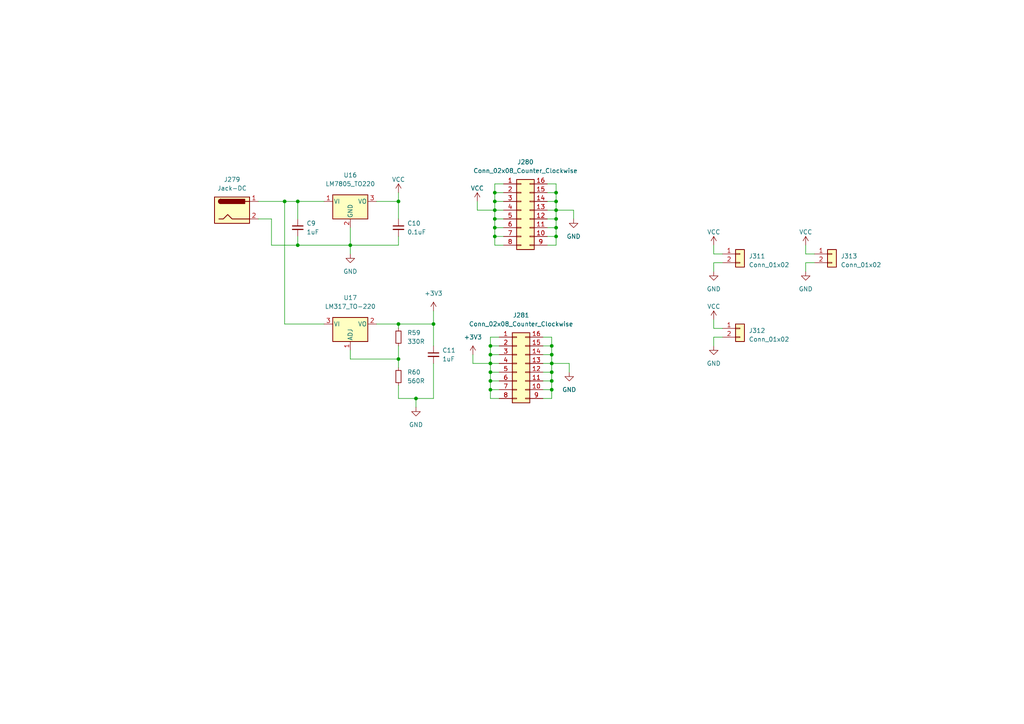
<source format=kicad_sch>
(kicad_sch (version 20220104) (generator eeschema)
  (paper "A4")
  (lib_symbols
    (symbol "Connector:Jack-DC" (pin_names (offset 1.016))
      (property "Reference" "J" (at 0 5.334 0))
      (property "Value" "Jack-DC" (at 0 -5.08 0))
      (symbol "Jack-DC_0_1"
        (rectangle (start -5.08 3.81) (end 5.08 -3.81) (stroke (width 0.254)) (fill (type background)))
        (arc (start -3.302 3.175) (mid -3.937 2.54) (end -3.302 1.905) (stroke (width 0.254)))
        (arc (start -3.302 3.175) (mid -3.937 2.54) (end -3.302 1.905) (stroke (width 0.254)) (fill (type outline)))
        (polyline (pts (xy 5.08 2.54) (xy 3.81 2.54)) (stroke (width 0.254)))
        (polyline (pts (xy -3.81 -2.54) (xy -2.54 -2.54) (xy -1.27 -1.27) (xy 0 -2.54) (xy 2.54 -2.54) (xy 5.08 -2.54)) (stroke (width 0.254)))
        (rectangle (start 3.683 3.175) (end -3.302 1.905) (stroke (width 0.254)) (fill (type outline)))
      )
      (symbol "Jack-DC_1_1"
        (pin passive line (at 7.62 2.54 180) (length 2.54) (name "~") (number "1"))
        (pin passive line (at 7.62 -2.54 180) (length 2.54) (name "~") (number "2"))
      )
    )
    (symbol "Connector_Generic:Conn_01x02" (pin_names (offset 1.016) hide)
      (property "Reference" "J" (at 0 2.54 0))
      (property "Value" "Conn_01x02" (at 0 -5.08 0))
      (symbol "Conn_01x02_1_1"
        (rectangle (start -1.27 -2.413) (end 0 -2.667) (stroke (width 0.1524)))
        (rectangle (start -1.27 0.127) (end 0 -0.127) (stroke (width 0.1524)))
        (rectangle (start -1.27 1.27) (end 1.27 -3.81) (stroke (width 0.254)) (fill (type background)))
        (pin passive line (at -5.08 0 0) (length 3.81) (name "Pin_1") (number "1"))
        (pin passive line (at -5.08 -2.54 0) (length 3.81) (name "Pin_2") (number "2"))
      )
    )
    (symbol "Connector_Generic:Conn_02x08_Counter_Clockwise" (pin_names (offset 1.016) hide)
      (property "Reference" "J" (at 1.27 10.16 0))
      (property "Value" "Conn_02x08_Counter_Clockwise" (at 1.27 -12.7 0))
      (symbol "Conn_02x08_Counter_Clockwise_1_1"
        (rectangle (start -1.27 -10.033) (end 0 -10.287) (stroke (width 0.1524)))
        (rectangle (start -1.27 -7.493) (end 0 -7.747) (stroke (width 0.1524)))
        (rectangle (start -1.27 -4.953) (end 0 -5.207) (stroke (width 0.1524)))
        (rectangle (start -1.27 -2.413) (end 0 -2.667) (stroke (width 0.1524)))
        (rectangle (start -1.27 0.127) (end 0 -0.127) (stroke (width 0.1524)))
        (rectangle (start -1.27 2.667) (end 0 2.413) (stroke (width 0.1524)))
        (rectangle (start -1.27 5.207) (end 0 4.953) (stroke (width 0.1524)))
        (rectangle (start -1.27 7.747) (end 0 7.493) (stroke (width 0.1524)))
        (rectangle (start -1.27 8.89) (end 3.81 -11.43) (stroke (width 0.254)) (fill (type background)))
        (rectangle (start 3.81 -10.033) (end 2.54 -10.287) (stroke (width 0.1524)))
        (rectangle (start 3.81 -7.493) (end 2.54 -7.747) (stroke (width 0.1524)))
        (rectangle (start 3.81 -4.953) (end 2.54 -5.207) (stroke (width 0.1524)))
        (rectangle (start 3.81 -2.413) (end 2.54 -2.667) (stroke (width 0.1524)))
        (rectangle (start 3.81 0.127) (end 2.54 -0.127) (stroke (width 0.1524)))
        (rectangle (start 3.81 2.667) (end 2.54 2.413) (stroke (width 0.1524)))
        (rectangle (start 3.81 5.207) (end 2.54 4.953) (stroke (width 0.1524)))
        (rectangle (start 3.81 7.747) (end 2.54 7.493) (stroke (width 0.1524)))
        (pin passive line (at -5.08 7.62 0) (length 3.81) (name "Pin_1") (number "1"))
        (pin passive line (at 7.62 -7.62 180) (length 3.81) (name "Pin_10") (number "10"))
        (pin passive line (at 7.62 -5.08 180) (length 3.81) (name "Pin_11") (number "11"))
        (pin passive line (at 7.62 -2.54 180) (length 3.81) (name "Pin_12") (number "12"))
        (pin passive line (at 7.62 0 180) (length 3.81) (name "Pin_13") (number "13"))
        (pin passive line (at 7.62 2.54 180) (length 3.81) (name "Pin_14") (number "14"))
        (pin passive line (at 7.62 5.08 180) (length 3.81) (name "Pin_15") (number "15"))
        (pin passive line (at 7.62 7.62 180) (length 3.81) (name "Pin_16") (number "16"))
        (pin passive line (at -5.08 5.08 0) (length 3.81) (name "Pin_2") (number "2"))
        (pin passive line (at -5.08 2.54 0) (length 3.81) (name "Pin_3") (number "3"))
        (pin passive line (at -5.08 0 0) (length 3.81) (name "Pin_4") (number "4"))
        (pin passive line (at -5.08 -2.54 0) (length 3.81) (name "Pin_5") (number "5"))
        (pin passive line (at -5.08 -5.08 0) (length 3.81) (name "Pin_6") (number "6"))
        (pin passive line (at -5.08 -7.62 0) (length 3.81) (name "Pin_7") (number "7"))
        (pin passive line (at -5.08 -10.16 0) (length 3.81) (name "Pin_8") (number "8"))
        (pin passive line (at 7.62 -10.16 180) (length 3.81) (name "Pin_9") (number "9"))
      )
    )
    (symbol "Device:C_Small" (pin_numbers hide) (pin_names (offset 0.254) hide)
      (property "Reference" "C" (at 0.254 1.778 0))
      (property "Value" "C_Small" (at 0.254 -2.032 0))
      (symbol "C_Small_0_1"
        (polyline (pts (xy -1.524 -0.508) (xy 1.524 -0.508)) (stroke (width 0.3302)))
        (polyline (pts (xy -1.524 0.508) (xy 1.524 0.508)) (stroke (width 0.3048)))
      )
      (symbol "C_Small_1_1"
        (pin passive line (at 0 2.54 270) (length 2.032) (name "~") (number "1"))
        (pin passive line (at 0 -2.54 90) (length 2.032) (name "~") (number "2"))
      )
    )
    (symbol "Device:R_Small" (pin_numbers hide) (pin_names (offset 0.254) hide)
      (property "Reference" "R" (at 0.762 0.508 0))
      (property "Value" "R_Small" (at 0.762 -1.016 0))
      (symbol "R_Small_0_1"
        (rectangle (start -0.762 1.778) (end 0.762 -1.778) (stroke (width 0.2032)))
      )
      (symbol "R_Small_1_1"
        (pin passive line (at 0 2.54 270) (length 0.762) (name "~") (number "1"))
        (pin passive line (at 0 -2.54 90) (length 0.762) (name "~") (number "2"))
      )
    )
    (symbol "Regulator_Linear:LM317_TO-220" (pin_names (offset 0.254))
      (property "Reference" "U" (at -3.81 3.175 0))
      (property "Value" "LM317_TO-220" (at 0 3.175 0))
      (symbol "LM317_TO-220_0_1"
        (rectangle (start -5.08 1.905) (end 5.08 -5.08) (stroke (width 0.254)) (fill (type background)))
      )
      (symbol "LM317_TO-220_1_1"
        (pin input line (at 0 -7.62 90) (length 2.54) (name "ADJ") (number "1"))
        (pin power_out line (at 7.62 0 180) (length 2.54) (name "VO") (number "2"))
        (pin power_in line (at -7.62 0 0) (length 2.54) (name "VI") (number "3"))
      )
    )
    (symbol "Regulator_Linear:LM7805_TO220" (pin_names (offset 0.254))
      (property "Reference" "U" (at -3.81 3.175 0))
      (property "Value" "LM7805_TO220" (at 0 3.175 0))
      (symbol "LM7805_TO220_0_1"
        (rectangle (start -5.08 1.905) (end 5.08 -5.08) (stroke (width 0.254)) (fill (type background)))
      )
      (symbol "LM7805_TO220_1_1"
        (pin power_in line (at -7.62 0 0) (length 2.54) (name "VI") (number "1"))
        (pin power_in line (at 0 -7.62 90) (length 2.54) (name "GND") (number "2"))
        (pin power_out line (at 7.62 0 180) (length 2.54) (name "VO") (number "3"))
      )
    )
    (symbol "power:+3V3" (power) (pin_names (offset 0))
      (property "Value" "+3V3" (at 0 3.556 0))
      (symbol "+3V3_0_1"
        (polyline (pts (xy -0.762 1.27) (xy 0 2.54)))
        (polyline (pts (xy 0 0) (xy 0 2.54)))
        (polyline (pts (xy 0 2.54) (xy 0.762 1.27)))
      )
      (symbol "+3V3_1_1"
        (pin power_in line (at 0 0 90) (length 0) hide (name "+3V3") (number "1"))
      )
    )
    (symbol "power:GND" (power) (pin_names (offset 0))
      (property "Value" "GND" (at 0 -3.81 0))
      (symbol "GND_0_1"
        (polyline (pts (xy 0 0) (xy 0 -1.27) (xy 1.27 -1.27) (xy 0 -2.54) (xy -1.27 -1.27) (xy 0 -1.27)))
      )
      (symbol "GND_1_1"
        (pin power_in line (at 0 0 270) (length 0) hide (name "GND") (number "1"))
      )
    )
    (symbol "power:VCC" (power) (pin_names (offset 0))
      (property "Value" "VCC" (at 0 3.81 0))
      (symbol "VCC_0_1"
        (polyline (pts (xy -0.762 1.27) (xy 0 2.54)))
        (polyline (pts (xy 0 0) (xy 0 2.54)))
        (polyline (pts (xy 0 2.54) (xy 0.762 1.27)))
      )
      (symbol "VCC_1_1"
        (pin power_in line (at 0 0 90) (length 0) hide (name "VCC") (number "1"))
      )
    )
  )
  (junction (at 160.02 105.41))
  (junction (at 142.24 113.03))
  (junction (at 86.36 71.12))
  (junction (at 115.57 58.42))
  (junction (at 125.73 93.98))
  (junction (at 143.51 66.04))
  (junction (at 161.29 68.58))
  (junction (at 160.02 110.49))
  (junction (at 161.29 55.88))
  (junction (at 160.02 100.33))
  (junction (at 160.02 113.03))
  (junction (at 142.24 100.33))
  (junction (at 82.55 58.42))
  (junction (at 161.29 60.96))
  (junction (at 120.65 115.57))
  (junction (at 142.24 107.95))
  (junction (at 143.51 58.42))
  (junction (at 86.36 58.42))
  (junction (at 160.02 102.87))
  (junction (at 115.57 93.98))
  (junction (at 161.29 58.42))
  (junction (at 142.24 105.41))
  (junction (at 143.51 68.58))
  (junction (at 161.29 66.04))
  (junction (at 143.51 60.96))
  (junction (at 115.57 104.14))
  (junction (at 161.29 63.5))
  (junction (at 143.51 55.88))
  (junction (at 142.24 110.49))
  (junction (at 101.6 71.12))
  (junction (at 142.24 102.87))
  (junction (at 160.02 107.95))
  (junction (at 143.51 63.5))
  (wire (pts (xy 82.55 58.42) (xy 86.36 58.42)))
  (wire (pts (xy 101.6 71.12) (xy 86.36 71.12)))
  (wire (pts (xy 143.51 60.96) (xy 146.05 60.96)))
  (wire (pts (xy 160.02 105.41) (xy 165.1 105.41)))
  (wire (pts (xy 115.57 100.33) (xy 115.57 104.14)))
  (wire (pts (xy 161.29 60.96) (xy 158.75 60.96)))
  (wire (pts (xy 78.74 71.12) (xy 86.36 71.12)))
  (wire (pts (xy 160.02 113.03) (xy 160.02 115.57)))
  (wire (pts (xy 160.02 115.57) (xy 157.48 115.57)))
  (wire (pts (xy 161.29 53.34) (xy 161.29 55.88)))
  (wire (pts (xy 115.57 68.58) (xy 115.57 71.12)))
  (wire (pts (xy 115.57 58.42) (xy 109.22 58.42)))
  (wire (pts (xy 161.29 55.88) (xy 161.29 58.42)))
  (wire (pts (xy 161.29 63.5) (xy 161.29 66.04)))
  (wire (pts (xy 160.02 113.03) (xy 157.48 113.03)))
  (wire (pts (xy 160.02 107.95) (xy 160.02 110.49)))
  (wire (pts (xy 143.51 66.04) (xy 146.05 66.04)))
  (wire (pts (xy 143.51 66.04) (xy 143.51 68.58)))
  (wire (pts (xy 236.22 76.2) (xy 233.68 76.2)))
  (wire (pts (xy 161.29 66.04) (xy 158.75 66.04)))
  (wire (pts (xy 209.55 76.2) (xy 207.01 76.2)))
  (wire (pts (xy 142.24 115.57) (xy 144.78 115.57)))
  (wire (pts (xy 143.51 63.5) (xy 143.51 66.04)))
  (wire (pts (xy 165.1 105.41) (xy 165.1 107.95)))
  (wire (pts (xy 78.74 63.5) (xy 78.74 71.12)))
  (wire (pts (xy 142.24 113.03) (xy 142.24 115.57)))
  (wire (pts (xy 101.6 101.6) (xy 101.6 104.14)))
  (wire (pts (xy 93.98 93.98) (xy 82.55 93.98)))
  (wire (pts (xy 86.36 58.42) (xy 86.36 63.5)))
  (wire (pts (xy 101.6 104.14) (xy 115.57 104.14)))
  (wire (pts (xy 161.29 71.12) (xy 158.75 71.12)))
  (wire (pts (xy 115.57 115.57) (xy 115.57 111.76)))
  (wire (pts (xy 101.6 66.04) (xy 101.6 71.12)))
  (wire (pts (xy 161.29 60.96) (xy 161.29 63.5)))
  (wire (pts (xy 125.73 105.41) (xy 125.73 115.57)))
  (wire (pts (xy 142.24 107.95) (xy 144.78 107.95)))
  (wire (pts (xy 143.51 60.96) (xy 143.51 63.5)))
  (wire (pts (xy 161.29 58.42) (xy 161.29 60.96)))
  (wire (pts (xy 144.78 97.79) (xy 142.24 97.79)))
  (wire (pts (xy 209.55 73.66) (xy 207.01 73.66)))
  (wire (pts (xy 115.57 63.5) (xy 115.57 58.42)))
  (wire (pts (xy 142.24 102.87) (xy 144.78 102.87)))
  (wire (pts (xy 142.24 110.49) (xy 144.78 110.49)))
  (wire (pts (xy 101.6 71.12) (xy 101.6 73.66)))
  (wire (pts (xy 160.02 97.79) (xy 160.02 100.33)))
  (wire (pts (xy 233.68 71.12) (xy 233.68 73.66)))
  (wire (pts (xy 161.29 63.5) (xy 158.75 63.5)))
  (wire (pts (xy 160.02 110.49) (xy 160.02 113.03)))
  (wire (pts (xy 142.24 105.41) (xy 142.24 107.95)))
  (wire (pts (xy 142.24 105.41) (xy 144.78 105.41)))
  (wire (pts (xy 120.65 115.57) (xy 115.57 115.57)))
  (wire (pts (xy 115.57 55.88) (xy 115.57 58.42)))
  (wire (pts (xy 138.43 58.42) (xy 138.43 60.96)))
  (wire (pts (xy 143.51 55.88) (xy 146.05 55.88)))
  (wire (pts (xy 143.51 60.96) (xy 138.43 60.96)))
  (wire (pts (xy 115.57 93.98) (xy 115.57 95.25)))
  (wire (pts (xy 143.51 58.42) (xy 143.51 60.96)))
  (wire (pts (xy 207.01 71.12) (xy 207.01 73.66)))
  (wire (pts (xy 142.24 110.49) (xy 142.24 113.03)))
  (wire (pts (xy 142.24 105.41) (xy 137.16 105.41)))
  (wire (pts (xy 125.73 90.17) (xy 125.73 93.98)))
  (wire (pts (xy 160.02 105.41) (xy 160.02 107.95)))
  (wire (pts (xy 74.93 63.5) (xy 78.74 63.5)))
  (wire (pts (xy 161.29 68.58) (xy 161.29 71.12)))
  (wire (pts (xy 143.51 55.88) (xy 143.51 58.42)))
  (wire (pts (xy 160.02 100.33) (xy 157.48 100.33)))
  (wire (pts (xy 160.02 110.49) (xy 157.48 110.49)))
  (wire (pts (xy 143.51 53.34) (xy 143.51 55.88)))
  (wire (pts (xy 143.51 71.12) (xy 146.05 71.12)))
  (wire (pts (xy 161.29 55.88) (xy 158.75 55.88)))
  (wire (pts (xy 143.51 63.5) (xy 146.05 63.5)))
  (wire (pts (xy 120.65 115.57) (xy 120.65 118.11)))
  (wire (pts (xy 137.16 102.87) (xy 137.16 105.41)))
  (wire (pts (xy 125.73 100.33) (xy 125.73 93.98)))
  (wire (pts (xy 207.01 76.2) (xy 207.01 78.74)))
  (wire (pts (xy 143.51 58.42) (xy 146.05 58.42)))
  (wire (pts (xy 125.73 93.98) (xy 115.57 93.98)))
  (wire (pts (xy 142.24 100.33) (xy 144.78 100.33)))
  (wire (pts (xy 236.22 73.66) (xy 233.68 73.66)))
  (wire (pts (xy 125.73 115.57) (xy 120.65 115.57)))
  (wire (pts (xy 143.51 68.58) (xy 146.05 68.58)))
  (wire (pts (xy 93.98 58.42) (xy 86.36 58.42)))
  (wire (pts (xy 233.68 76.2) (xy 233.68 78.74)))
  (wire (pts (xy 166.37 60.96) (xy 166.37 63.5)))
  (wire (pts (xy 143.51 68.58) (xy 143.51 71.12)))
  (wire (pts (xy 161.29 58.42) (xy 158.75 58.42)))
  (wire (pts (xy 160.02 102.87) (xy 160.02 105.41)))
  (wire (pts (xy 160.02 100.33) (xy 160.02 102.87)))
  (wire (pts (xy 142.24 97.79) (xy 142.24 100.33)))
  (wire (pts (xy 82.55 93.98) (xy 82.55 58.42)))
  (wire (pts (xy 207.01 97.79) (xy 207.01 100.33)))
  (wire (pts (xy 115.57 93.98) (xy 109.22 93.98)))
  (wire (pts (xy 115.57 71.12) (xy 101.6 71.12)))
  (wire (pts (xy 209.55 95.25) (xy 207.01 95.25)))
  (wire (pts (xy 115.57 104.14) (xy 115.57 106.68)))
  (wire (pts (xy 207.01 92.71) (xy 207.01 95.25)))
  (wire (pts (xy 160.02 102.87) (xy 157.48 102.87)))
  (wire (pts (xy 142.24 102.87) (xy 142.24 105.41)))
  (wire (pts (xy 160.02 107.95) (xy 157.48 107.95)))
  (wire (pts (xy 160.02 105.41) (xy 157.48 105.41)))
  (wire (pts (xy 158.75 53.34) (xy 161.29 53.34)))
  (wire (pts (xy 161.29 66.04) (xy 161.29 68.58)))
  (wire (pts (xy 142.24 113.03) (xy 144.78 113.03)))
  (wire (pts (xy 74.93 58.42) (xy 82.55 58.42)))
  (wire (pts (xy 142.24 107.95) (xy 142.24 110.49)))
  (wire (pts (xy 146.05 53.34) (xy 143.51 53.34)))
  (wire (pts (xy 142.24 100.33) (xy 142.24 102.87)))
  (wire (pts (xy 157.48 97.79) (xy 160.02 97.79)))
  (wire (pts (xy 209.55 97.79) (xy 207.01 97.79)))
  (wire (pts (xy 161.29 60.96) (xy 166.37 60.96)))
  (wire (pts (xy 161.29 68.58) (xy 158.75 68.58)))
  (wire (pts (xy 86.36 71.12) (xy 86.36 68.58)))
  (symbol (lib_id "Regulator_Linear:LM317_TO-220") (at 101.6 93.98 0) (unit 1)
    (property "Reference" "U17" (at 101.6 86.36 0))
    (property "Value" "LM317_TO-220" (at 101.6 88.9 0))
    (property "Footprint" "Package_TO_SOT_THT:TO-220-3_Vertical" (effects hide))
    (property "Datasheet" "http://www.ti.com/lit/ds/symlink/lm317.pdf" (effects hide))
  )
  (symbol (lib_id "Regulator_Linear:LM7805_TO220") (at 101.6 58.42 0) (unit 1)
    (property "Reference" "U16" (at 101.6 50.8 0))
    (property "Value" "LM7805_TO220" (at 101.6 53.34 0))
    (property "Footprint" "Package_TO_SOT_THT:TO-220-3_Vertical" (effects hide))
    (property "Datasheet" "https://www.onsemi.cn/PowerSolutions/document/MC7800-D.PDF" (effects hide))
  )
  (symbol (lib_id "power:GND") (at 165.1 107.95 0) (unit 1)
    (property "Reference" "#PWR0177" (effects hide))
    (property "Value" "GND" (at 165.1 113.03 0))
  )
  (symbol (lib_id "Device:C_Small") (at 86.36 66.04 0) (unit 1)
    (property "Reference" "C9" (at 88.9 64.7762 0) (effects (justify left)))
    (property "Value" "1uF" (at 88.9 67.3162 0) (effects (justify left)))
    (property "Footprint" "Capacitor_THT:CP_Radial_D5.0mm_P2.50mm" (effects hide))
  )
  (symbol (lib_id "Connector_Generic:Conn_02x08_Counter_Clockwise") (at 149.86 105.41 0) (unit 1)
    (property "Reference" "J281" (at 151.13 91.44 0))
    (property "Value" "Conn_02x08_Counter_Clockwise" (at 151.13 93.98 0))
    (property "Footprint" "Connector_PinSocket_2.54mm:PinSocket_2x08_P2.54mm_Vertical" (effects hide))
  )
  (symbol (lib_id "Device:C_Small") (at 115.57 66.04 0) (unit 1)
    (property "Reference" "C10" (at 118.11 64.7762 0) (effects (justify left)))
    (property "Value" "0.1uF" (at 118.11 67.3162 0) (effects (justify left)))
    (property "Footprint" "Capacitor_THT:CP_Radial_D5.0mm_P2.50mm" (effects hide))
  )
  (symbol (lib_id "Device:C_Small") (at 125.73 102.87 0) (unit 1)
    (property "Reference" "C11" (at 128.27 101.6062 0) (effects (justify left)))
    (property "Value" "1uF" (at 128.27 104.1462 0) (effects (justify left)))
    (property "Footprint" "Capacitor_THT:CP_Radial_D5.0mm_P2.50mm" (effects hide))
  )
  (symbol (lib_id "power:+3V3") (at 125.73 90.17 0) (unit 1)
    (property "Reference" "#PWR0179" (effects hide))
    (property "Value" "+3V3" (at 125.73 85.09 0))
  )
  (symbol (lib_id "power:VCC") (at 207.01 92.71 0) (unit 1)
    (property "Reference" "#PWR0197" (effects hide))
    (property "Value" "VCC" (at 207.01 88.9 0))
  )
  (symbol (lib_id "power:GND") (at 120.65 118.11 0) (unit 1)
    (property "Reference" "#PWR0180" (effects hide))
    (property "Value" "GND" (at 120.65 123.19 0))
  )
  (symbol (lib_id "power:GND") (at 101.6 73.66 0) (unit 1)
    (property "Reference" "#PWR0174" (effects hide))
    (property "Value" "GND" (at 101.6 78.74 0))
  )
  (symbol (lib_id "power:GND") (at 166.37 63.5 0) (unit 1)
    (property "Reference" "#PWR0176" (effects hide))
    (property "Value" "GND" (at 166.37 68.58 0))
  )
  (symbol (lib_id "power:GND") (at 207.01 78.74 0) (unit 1)
    (property "Reference" "#PWR0196" (effects hide))
    (property "Value" "GND" (at 207.01 83.82 0))
  )
  (symbol (lib_id "power:GND") (at 233.68 78.74 0) (unit 1)
    (property "Reference" "#PWR0195" (effects hide))
    (property "Value" "GND" (at 233.68 83.82 0))
  )
  (symbol (lib_id "Connector:Jack-DC") (at 67.31 60.96 0) (unit 1)
    (property "Reference" "J279" (at 67.31 52.07 0))
    (property "Value" "Jack-DC" (at 67.31 54.61 0))
    (property "Footprint" "Connector_BarrelJack:BarrelJack_CUI_PJ-063AH_Horizontal" (effects hide))
  )
  (symbol (lib_id "power:VCC") (at 138.43 58.42 0) (unit 1)
    (property "Reference" "#PWR0173" (effects hide))
    (property "Value" "VCC" (at 138.43 54.61 0))
  )
  (symbol (lib_id "Connector_Generic:Conn_01x02") (at 214.63 73.66 0) (unit 1)
    (property "Reference" "J311" (at 217.17 74.295 0) (effects (justify left)))
    (property "Value" "Conn_01x02" (at 217.17 76.835 0) (effects (justify left)))
    (property "Footprint" "Connector_PinHeader_2.54mm:PinHeader_1x02_P2.54mm_Vertical" (effects hide))
  )
  (symbol (lib_id "power:VCC") (at 233.68 71.12 0) (unit 1)
    (property "Reference" "#PWR0194" (effects hide))
    (property "Value" "VCC" (at 233.68 67.31 0))
  )
  (symbol (lib_id "power:GND") (at 207.01 100.33 0) (unit 1)
    (property "Reference" "#PWR0199" (effects hide))
    (property "Value" "GND" (at 207.01 105.41 0))
  )
  (symbol (lib_id "Connector_Generic:Conn_01x02") (at 214.63 95.25 0) (unit 1)
    (property "Reference" "J312" (at 217.17 95.885 0) (effects (justify left)))
    (property "Value" "Conn_01x02" (at 217.17 98.425 0) (effects (justify left)))
    (property "Footprint" "Connector_PinHeader_2.54mm:PinHeader_1x02_P2.54mm_Vertical" (effects hide))
  )
  (symbol (lib_id "power:VCC") (at 115.57 55.88 0) (unit 1)
    (property "Reference" "#PWR0175" (effects hide))
    (property "Value" "VCC" (at 115.57 52.07 0))
  )
  (symbol (lib_id "Device:R_Small") (at 115.57 109.22 0) (unit 1)
    (property "Reference" "R60" (at 118.11 107.9499 0) (effects (justify left)))
    (property "Value" "560R" (at 118.11 110.4899 0) (effects (justify left)))
    (property "Footprint" "Resistor_THT:R_Axial_DIN0204_L3.6mm_D1.6mm_P5.08mm_Horizontal" (effects hide))
  )
  (symbol (lib_id "Device:R_Small") (at 115.57 97.79 0) (unit 1)
    (property "Reference" "R59" (at 118.11 96.5199 0) (effects (justify left)))
    (property "Value" "330R" (at 118.11 99.0599 0) (effects (justify left)))
    (property "Footprint" "Resistor_THT:R_Axial_DIN0204_L3.6mm_D1.6mm_P5.08mm_Horizontal" (effects hide))
  )
  (symbol (lib_id "power:VCC") (at 207.01 71.12 0) (unit 1)
    (property "Reference" "#PWR0198" (effects hide))
    (property "Value" "VCC" (at 207.01 67.31 0))
  )
  (symbol (lib_id "Connector_Generic:Conn_01x02") (at 241.3 73.66 0) (unit 1)
    (property "Reference" "J313" (at 243.84 74.295 0) (effects (justify left)))
    (property "Value" "Conn_01x02" (at 243.84 76.835 0) (effects (justify left)))
    (property "Footprint" "Connector_PinHeader_2.54mm:PinHeader_1x02_P2.54mm_Vertical" (effects hide))
  )
  (symbol (lib_id "power:+3V3") (at 137.16 102.87 0) (unit 1)
    (property "Reference" "#PWR0178" (effects hide))
    (property "Value" "+3V3" (at 137.16 97.79 0))
  )
  (symbol (lib_id "Connector_Generic:Conn_02x08_Counter_Clockwise") (at 151.13 60.96 0) (unit 1)
    (property "Reference" "J280" (at 152.4 46.99 0))
    (property "Value" "Conn_02x08_Counter_Clockwise" (at 152.4 49.53 0))
    (property "Footprint" "Connector_PinSocket_2.54mm:PinSocket_2x08_P2.54mm_Vertical" (effects hide))
  )
)
</source>
